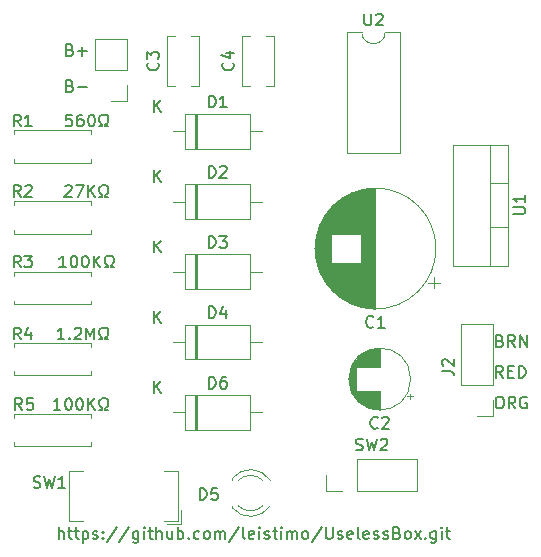
<source format=gto>
G04 #@! TF.GenerationSoftware,KiCad,Pcbnew,(5.1.4)-1*
G04 #@! TF.CreationDate,2022-04-26T14:24:58-06:00*
G04 #@! TF.ProjectId,UselessBox V2,5573656c-6573-4734-926f-782056322e6b,2*
G04 #@! TF.SameCoordinates,Original*
G04 #@! TF.FileFunction,Legend,Top*
G04 #@! TF.FilePolarity,Positive*
%FSLAX46Y46*%
G04 Gerber Fmt 4.6, Leading zero omitted, Abs format (unit mm)*
G04 Created by KiCad (PCBNEW (5.1.4)-1) date 2022-04-26 14:24:58*
%MOMM*%
%LPD*%
G04 APERTURE LIST*
%ADD10C,0.150000*%
%ADD11C,0.120000*%
G04 APERTURE END LIST*
D10*
X131328000Y-123769380D02*
X131328000Y-122769380D01*
X131756571Y-123769380D02*
X131756571Y-123245571D01*
X131708952Y-123150333D01*
X131613714Y-123102714D01*
X131470857Y-123102714D01*
X131375619Y-123150333D01*
X131328000Y-123197952D01*
X132089904Y-123102714D02*
X132470857Y-123102714D01*
X132232761Y-122769380D02*
X132232761Y-123626523D01*
X132280380Y-123721761D01*
X132375619Y-123769380D01*
X132470857Y-123769380D01*
X132661333Y-123102714D02*
X133042285Y-123102714D01*
X132804190Y-122769380D02*
X132804190Y-123626523D01*
X132851809Y-123721761D01*
X132947047Y-123769380D01*
X133042285Y-123769380D01*
X133375619Y-123102714D02*
X133375619Y-124102714D01*
X133375619Y-123150333D02*
X133470857Y-123102714D01*
X133661333Y-123102714D01*
X133756571Y-123150333D01*
X133804190Y-123197952D01*
X133851809Y-123293190D01*
X133851809Y-123578904D01*
X133804190Y-123674142D01*
X133756571Y-123721761D01*
X133661333Y-123769380D01*
X133470857Y-123769380D01*
X133375619Y-123721761D01*
X134232761Y-123721761D02*
X134328000Y-123769380D01*
X134518476Y-123769380D01*
X134613714Y-123721761D01*
X134661333Y-123626523D01*
X134661333Y-123578904D01*
X134613714Y-123483666D01*
X134518476Y-123436047D01*
X134375619Y-123436047D01*
X134280380Y-123388428D01*
X134232761Y-123293190D01*
X134232761Y-123245571D01*
X134280380Y-123150333D01*
X134375619Y-123102714D01*
X134518476Y-123102714D01*
X134613714Y-123150333D01*
X135089904Y-123674142D02*
X135137523Y-123721761D01*
X135089904Y-123769380D01*
X135042285Y-123721761D01*
X135089904Y-123674142D01*
X135089904Y-123769380D01*
X135089904Y-123150333D02*
X135137523Y-123197952D01*
X135089904Y-123245571D01*
X135042285Y-123197952D01*
X135089904Y-123150333D01*
X135089904Y-123245571D01*
X136280380Y-122721761D02*
X135423238Y-124007476D01*
X137328000Y-122721761D02*
X136470857Y-124007476D01*
X138089904Y-123102714D02*
X138089904Y-123912238D01*
X138042285Y-124007476D01*
X137994666Y-124055095D01*
X137899428Y-124102714D01*
X137756571Y-124102714D01*
X137661333Y-124055095D01*
X138089904Y-123721761D02*
X137994666Y-123769380D01*
X137804190Y-123769380D01*
X137708952Y-123721761D01*
X137661333Y-123674142D01*
X137613714Y-123578904D01*
X137613714Y-123293190D01*
X137661333Y-123197952D01*
X137708952Y-123150333D01*
X137804190Y-123102714D01*
X137994666Y-123102714D01*
X138089904Y-123150333D01*
X138566095Y-123769380D02*
X138566095Y-123102714D01*
X138566095Y-122769380D02*
X138518476Y-122817000D01*
X138566095Y-122864619D01*
X138613714Y-122817000D01*
X138566095Y-122769380D01*
X138566095Y-122864619D01*
X138899428Y-123102714D02*
X139280380Y-123102714D01*
X139042285Y-122769380D02*
X139042285Y-123626523D01*
X139089904Y-123721761D01*
X139185142Y-123769380D01*
X139280380Y-123769380D01*
X139613714Y-123769380D02*
X139613714Y-122769380D01*
X140042285Y-123769380D02*
X140042285Y-123245571D01*
X139994666Y-123150333D01*
X139899428Y-123102714D01*
X139756571Y-123102714D01*
X139661333Y-123150333D01*
X139613714Y-123197952D01*
X140947047Y-123102714D02*
X140947047Y-123769380D01*
X140518476Y-123102714D02*
X140518476Y-123626523D01*
X140566095Y-123721761D01*
X140661333Y-123769380D01*
X140804190Y-123769380D01*
X140899428Y-123721761D01*
X140947047Y-123674142D01*
X141423238Y-123769380D02*
X141423238Y-122769380D01*
X141423238Y-123150333D02*
X141518476Y-123102714D01*
X141708952Y-123102714D01*
X141804190Y-123150333D01*
X141851809Y-123197952D01*
X141899428Y-123293190D01*
X141899428Y-123578904D01*
X141851809Y-123674142D01*
X141804190Y-123721761D01*
X141708952Y-123769380D01*
X141518476Y-123769380D01*
X141423238Y-123721761D01*
X142328000Y-123674142D02*
X142375619Y-123721761D01*
X142328000Y-123769380D01*
X142280380Y-123721761D01*
X142328000Y-123674142D01*
X142328000Y-123769380D01*
X143232761Y-123721761D02*
X143137523Y-123769380D01*
X142947047Y-123769380D01*
X142851809Y-123721761D01*
X142804190Y-123674142D01*
X142756571Y-123578904D01*
X142756571Y-123293190D01*
X142804190Y-123197952D01*
X142851809Y-123150333D01*
X142947047Y-123102714D01*
X143137523Y-123102714D01*
X143232761Y-123150333D01*
X143804190Y-123769380D02*
X143708952Y-123721761D01*
X143661333Y-123674142D01*
X143613714Y-123578904D01*
X143613714Y-123293190D01*
X143661333Y-123197952D01*
X143708952Y-123150333D01*
X143804190Y-123102714D01*
X143947047Y-123102714D01*
X144042285Y-123150333D01*
X144089904Y-123197952D01*
X144137523Y-123293190D01*
X144137523Y-123578904D01*
X144089904Y-123674142D01*
X144042285Y-123721761D01*
X143947047Y-123769380D01*
X143804190Y-123769380D01*
X144566095Y-123769380D02*
X144566095Y-123102714D01*
X144566095Y-123197952D02*
X144613714Y-123150333D01*
X144708952Y-123102714D01*
X144851809Y-123102714D01*
X144947047Y-123150333D01*
X144994666Y-123245571D01*
X144994666Y-123769380D01*
X144994666Y-123245571D02*
X145042285Y-123150333D01*
X145137523Y-123102714D01*
X145280380Y-123102714D01*
X145375619Y-123150333D01*
X145423238Y-123245571D01*
X145423238Y-123769380D01*
X146613714Y-122721761D02*
X145756571Y-124007476D01*
X147089904Y-123769380D02*
X146994666Y-123721761D01*
X146947047Y-123626523D01*
X146947047Y-122769380D01*
X147851809Y-123721761D02*
X147756571Y-123769380D01*
X147566095Y-123769380D01*
X147470857Y-123721761D01*
X147423238Y-123626523D01*
X147423238Y-123245571D01*
X147470857Y-123150333D01*
X147566095Y-123102714D01*
X147756571Y-123102714D01*
X147851809Y-123150333D01*
X147899428Y-123245571D01*
X147899428Y-123340809D01*
X147423238Y-123436047D01*
X148328000Y-123769380D02*
X148328000Y-123102714D01*
X148328000Y-122769380D02*
X148280380Y-122817000D01*
X148328000Y-122864619D01*
X148375619Y-122817000D01*
X148328000Y-122769380D01*
X148328000Y-122864619D01*
X148756571Y-123721761D02*
X148851809Y-123769380D01*
X149042285Y-123769380D01*
X149137523Y-123721761D01*
X149185142Y-123626523D01*
X149185142Y-123578904D01*
X149137523Y-123483666D01*
X149042285Y-123436047D01*
X148899428Y-123436047D01*
X148804190Y-123388428D01*
X148756571Y-123293190D01*
X148756571Y-123245571D01*
X148804190Y-123150333D01*
X148899428Y-123102714D01*
X149042285Y-123102714D01*
X149137523Y-123150333D01*
X149470857Y-123102714D02*
X149851809Y-123102714D01*
X149613714Y-122769380D02*
X149613714Y-123626523D01*
X149661333Y-123721761D01*
X149756571Y-123769380D01*
X149851809Y-123769380D01*
X150185142Y-123769380D02*
X150185142Y-123102714D01*
X150185142Y-122769380D02*
X150137523Y-122817000D01*
X150185142Y-122864619D01*
X150232761Y-122817000D01*
X150185142Y-122769380D01*
X150185142Y-122864619D01*
X150661333Y-123769380D02*
X150661333Y-123102714D01*
X150661333Y-123197952D02*
X150708952Y-123150333D01*
X150804190Y-123102714D01*
X150947047Y-123102714D01*
X151042285Y-123150333D01*
X151089904Y-123245571D01*
X151089904Y-123769380D01*
X151089904Y-123245571D02*
X151137523Y-123150333D01*
X151232761Y-123102714D01*
X151375619Y-123102714D01*
X151470857Y-123150333D01*
X151518476Y-123245571D01*
X151518476Y-123769380D01*
X152137523Y-123769380D02*
X152042285Y-123721761D01*
X151994666Y-123674142D01*
X151947047Y-123578904D01*
X151947047Y-123293190D01*
X151994666Y-123197952D01*
X152042285Y-123150333D01*
X152137523Y-123102714D01*
X152280380Y-123102714D01*
X152375619Y-123150333D01*
X152423238Y-123197952D01*
X152470857Y-123293190D01*
X152470857Y-123578904D01*
X152423238Y-123674142D01*
X152375619Y-123721761D01*
X152280380Y-123769380D01*
X152137523Y-123769380D01*
X153613714Y-122721761D02*
X152756571Y-124007476D01*
X153947047Y-122769380D02*
X153947047Y-123578904D01*
X153994666Y-123674142D01*
X154042285Y-123721761D01*
X154137523Y-123769380D01*
X154328000Y-123769380D01*
X154423238Y-123721761D01*
X154470857Y-123674142D01*
X154518476Y-123578904D01*
X154518476Y-122769380D01*
X154947047Y-123721761D02*
X155042285Y-123769380D01*
X155232761Y-123769380D01*
X155328000Y-123721761D01*
X155375619Y-123626523D01*
X155375619Y-123578904D01*
X155328000Y-123483666D01*
X155232761Y-123436047D01*
X155089904Y-123436047D01*
X154994666Y-123388428D01*
X154947047Y-123293190D01*
X154947047Y-123245571D01*
X154994666Y-123150333D01*
X155089904Y-123102714D01*
X155232761Y-123102714D01*
X155328000Y-123150333D01*
X156185142Y-123721761D02*
X156089904Y-123769380D01*
X155899428Y-123769380D01*
X155804190Y-123721761D01*
X155756571Y-123626523D01*
X155756571Y-123245571D01*
X155804190Y-123150333D01*
X155899428Y-123102714D01*
X156089904Y-123102714D01*
X156185142Y-123150333D01*
X156232761Y-123245571D01*
X156232761Y-123340809D01*
X155756571Y-123436047D01*
X156804190Y-123769380D02*
X156708952Y-123721761D01*
X156661333Y-123626523D01*
X156661333Y-122769380D01*
X157566095Y-123721761D02*
X157470857Y-123769380D01*
X157280380Y-123769380D01*
X157185142Y-123721761D01*
X157137523Y-123626523D01*
X157137523Y-123245571D01*
X157185142Y-123150333D01*
X157280380Y-123102714D01*
X157470857Y-123102714D01*
X157566095Y-123150333D01*
X157613714Y-123245571D01*
X157613714Y-123340809D01*
X157137523Y-123436047D01*
X157994666Y-123721761D02*
X158089904Y-123769380D01*
X158280380Y-123769380D01*
X158375619Y-123721761D01*
X158423238Y-123626523D01*
X158423238Y-123578904D01*
X158375619Y-123483666D01*
X158280380Y-123436047D01*
X158137523Y-123436047D01*
X158042285Y-123388428D01*
X157994666Y-123293190D01*
X157994666Y-123245571D01*
X158042285Y-123150333D01*
X158137523Y-123102714D01*
X158280380Y-123102714D01*
X158375619Y-123150333D01*
X158804190Y-123721761D02*
X158899428Y-123769380D01*
X159089904Y-123769380D01*
X159185142Y-123721761D01*
X159232761Y-123626523D01*
X159232761Y-123578904D01*
X159185142Y-123483666D01*
X159089904Y-123436047D01*
X158947047Y-123436047D01*
X158851809Y-123388428D01*
X158804190Y-123293190D01*
X158804190Y-123245571D01*
X158851809Y-123150333D01*
X158947047Y-123102714D01*
X159089904Y-123102714D01*
X159185142Y-123150333D01*
X159994666Y-123245571D02*
X160137523Y-123293190D01*
X160185142Y-123340809D01*
X160232761Y-123436047D01*
X160232761Y-123578904D01*
X160185142Y-123674142D01*
X160137523Y-123721761D01*
X160042285Y-123769380D01*
X159661333Y-123769380D01*
X159661333Y-122769380D01*
X159994666Y-122769380D01*
X160089904Y-122817000D01*
X160137523Y-122864619D01*
X160185142Y-122959857D01*
X160185142Y-123055095D01*
X160137523Y-123150333D01*
X160089904Y-123197952D01*
X159994666Y-123245571D01*
X159661333Y-123245571D01*
X160804190Y-123769380D02*
X160708952Y-123721761D01*
X160661333Y-123674142D01*
X160613714Y-123578904D01*
X160613714Y-123293190D01*
X160661333Y-123197952D01*
X160708952Y-123150333D01*
X160804190Y-123102714D01*
X160947047Y-123102714D01*
X161042285Y-123150333D01*
X161089904Y-123197952D01*
X161137523Y-123293190D01*
X161137523Y-123578904D01*
X161089904Y-123674142D01*
X161042285Y-123721761D01*
X160947047Y-123769380D01*
X160804190Y-123769380D01*
X161470857Y-123769380D02*
X161994666Y-123102714D01*
X161470857Y-123102714D02*
X161994666Y-123769380D01*
X162375619Y-123674142D02*
X162423238Y-123721761D01*
X162375619Y-123769380D01*
X162328000Y-123721761D01*
X162375619Y-123674142D01*
X162375619Y-123769380D01*
X163280380Y-123102714D02*
X163280380Y-123912238D01*
X163232761Y-124007476D01*
X163185142Y-124055095D01*
X163089904Y-124102714D01*
X162947047Y-124102714D01*
X162851809Y-124055095D01*
X163280380Y-123721761D02*
X163185142Y-123769380D01*
X162994666Y-123769380D01*
X162899428Y-123721761D01*
X162851809Y-123674142D01*
X162804190Y-123578904D01*
X162804190Y-123293190D01*
X162851809Y-123197952D01*
X162899428Y-123150333D01*
X162994666Y-123102714D01*
X163185142Y-123102714D01*
X163280380Y-123150333D01*
X163756571Y-123769380D02*
X163756571Y-123102714D01*
X163756571Y-122769380D02*
X163708952Y-122817000D01*
X163756571Y-122864619D01*
X163804190Y-122817000D01*
X163756571Y-122769380D01*
X163756571Y-122864619D01*
X164089904Y-123102714D02*
X164470857Y-123102714D01*
X164232761Y-122769380D02*
X164232761Y-123626523D01*
X164280380Y-123721761D01*
X164375619Y-123769380D01*
X164470857Y-123769380D01*
X168576761Y-111720380D02*
X168767238Y-111720380D01*
X168862476Y-111768000D01*
X168957714Y-111863238D01*
X169005333Y-112053714D01*
X169005333Y-112387047D01*
X168957714Y-112577523D01*
X168862476Y-112672761D01*
X168767238Y-112720380D01*
X168576761Y-112720380D01*
X168481523Y-112672761D01*
X168386285Y-112577523D01*
X168338666Y-112387047D01*
X168338666Y-112053714D01*
X168386285Y-111863238D01*
X168481523Y-111768000D01*
X168576761Y-111720380D01*
X170005333Y-112720380D02*
X169672000Y-112244190D01*
X169433904Y-112720380D02*
X169433904Y-111720380D01*
X169814857Y-111720380D01*
X169910095Y-111768000D01*
X169957714Y-111815619D01*
X170005333Y-111910857D01*
X170005333Y-112053714D01*
X169957714Y-112148952D01*
X169910095Y-112196571D01*
X169814857Y-112244190D01*
X169433904Y-112244190D01*
X170957714Y-111768000D02*
X170862476Y-111720380D01*
X170719619Y-111720380D01*
X170576761Y-111768000D01*
X170481523Y-111863238D01*
X170433904Y-111958476D01*
X170386285Y-112148952D01*
X170386285Y-112291809D01*
X170433904Y-112482285D01*
X170481523Y-112577523D01*
X170576761Y-112672761D01*
X170719619Y-112720380D01*
X170814857Y-112720380D01*
X170957714Y-112672761D01*
X171005333Y-112625142D01*
X171005333Y-112291809D01*
X170814857Y-112291809D01*
X168957714Y-110116880D02*
X168624381Y-109640690D01*
X168386286Y-110116880D02*
X168386286Y-109116880D01*
X168767238Y-109116880D01*
X168862476Y-109164500D01*
X168910095Y-109212119D01*
X168957714Y-109307357D01*
X168957714Y-109450214D01*
X168910095Y-109545452D01*
X168862476Y-109593071D01*
X168767238Y-109640690D01*
X168386286Y-109640690D01*
X169386286Y-109593071D02*
X169719619Y-109593071D01*
X169862476Y-110116880D02*
X169386286Y-110116880D01*
X169386286Y-109116880D01*
X169862476Y-109116880D01*
X170291048Y-110116880D02*
X170291048Y-109116880D01*
X170529143Y-109116880D01*
X170672000Y-109164500D01*
X170767238Y-109259738D01*
X170814857Y-109354976D01*
X170862476Y-109545452D01*
X170862476Y-109688309D01*
X170814857Y-109878785D01*
X170767238Y-109974023D01*
X170672000Y-110069261D01*
X170529143Y-110116880D01*
X170291048Y-110116880D01*
X168719619Y-106989571D02*
X168862476Y-107037190D01*
X168910095Y-107084809D01*
X168957714Y-107180047D01*
X168957714Y-107322904D01*
X168910095Y-107418142D01*
X168862476Y-107465761D01*
X168767238Y-107513380D01*
X168386285Y-107513380D01*
X168386285Y-106513380D01*
X168719619Y-106513380D01*
X168814857Y-106561000D01*
X168862476Y-106608619D01*
X168910095Y-106703857D01*
X168910095Y-106799095D01*
X168862476Y-106894333D01*
X168814857Y-106941952D01*
X168719619Y-106989571D01*
X168386285Y-106989571D01*
X169957714Y-107513380D02*
X169624380Y-107037190D01*
X169386285Y-107513380D02*
X169386285Y-106513380D01*
X169767238Y-106513380D01*
X169862476Y-106561000D01*
X169910095Y-106608619D01*
X169957714Y-106703857D01*
X169957714Y-106846714D01*
X169910095Y-106941952D01*
X169862476Y-106989571D01*
X169767238Y-107037190D01*
X169386285Y-107037190D01*
X170386285Y-107513380D02*
X170386285Y-106513380D01*
X170957714Y-107513380D01*
X170957714Y-106513380D01*
X132294380Y-85399571D02*
X132437238Y-85447190D01*
X132484857Y-85494809D01*
X132532476Y-85590047D01*
X132532476Y-85732904D01*
X132484857Y-85828142D01*
X132437238Y-85875761D01*
X132342000Y-85923380D01*
X131961047Y-85923380D01*
X131961047Y-84923380D01*
X132294380Y-84923380D01*
X132389619Y-84971000D01*
X132437238Y-85018619D01*
X132484857Y-85113857D01*
X132484857Y-85209095D01*
X132437238Y-85304333D01*
X132389619Y-85351952D01*
X132294380Y-85399571D01*
X131961047Y-85399571D01*
X132961047Y-85542428D02*
X133722952Y-85542428D01*
X132294380Y-82351571D02*
X132437238Y-82399190D01*
X132484857Y-82446809D01*
X132532476Y-82542047D01*
X132532476Y-82684904D01*
X132484857Y-82780142D01*
X132437238Y-82827761D01*
X132342000Y-82875380D01*
X131961047Y-82875380D01*
X131961047Y-81875380D01*
X132294380Y-81875380D01*
X132389619Y-81923000D01*
X132437238Y-81970619D01*
X132484857Y-82065857D01*
X132484857Y-82161095D01*
X132437238Y-82256333D01*
X132389619Y-82303952D01*
X132294380Y-82351571D01*
X131961047Y-82351571D01*
X132961047Y-82494428D02*
X133722952Y-82494428D01*
X133342000Y-82875380D02*
X133342000Y-82113476D01*
D11*
X140489000Y-85414000D02*
X140489000Y-81174000D01*
X143229000Y-85414000D02*
X143229000Y-81174000D01*
X140489000Y-85414000D02*
X141194000Y-85414000D01*
X142524000Y-85414000D02*
X143229000Y-85414000D01*
X140489000Y-81174000D02*
X141194000Y-81174000D01*
X142524000Y-81174000D02*
X143229000Y-81174000D01*
X137093000Y-86674000D02*
X135763000Y-86674000D01*
X137093000Y-85344000D02*
X137093000Y-86674000D01*
X137093000Y-84074000D02*
X134433000Y-84074000D01*
X134433000Y-84074000D02*
X134433000Y-81474000D01*
X137093000Y-84074000D02*
X137093000Y-81474000D01*
X137093000Y-81474000D02*
X134433000Y-81474000D01*
X153960677Y-119694000D02*
X153960677Y-118364000D01*
X155290677Y-119694000D02*
X153960677Y-119694000D01*
X156560677Y-119694000D02*
X156560677Y-117034000D01*
X156560677Y-117034000D02*
X161700677Y-117034000D01*
X156560677Y-119694000D02*
X161700677Y-119694000D01*
X161700677Y-119694000D02*
X161700677Y-117034000D01*
X142840000Y-111587000D02*
X142840000Y-114527000D01*
X143080000Y-111587000D02*
X143080000Y-114527000D01*
X142960000Y-111587000D02*
X142960000Y-114527000D01*
X148520000Y-113057000D02*
X147500000Y-113057000D01*
X141040000Y-113057000D02*
X142060000Y-113057000D01*
X147500000Y-111587000D02*
X142060000Y-111587000D01*
X147500000Y-114527000D02*
X147500000Y-111587000D01*
X142060000Y-114527000D02*
X147500000Y-114527000D01*
X142060000Y-111587000D02*
X142060000Y-114527000D01*
X142840000Y-105636250D02*
X142840000Y-108576250D01*
X143080000Y-105636250D02*
X143080000Y-108576250D01*
X142960000Y-105636250D02*
X142960000Y-108576250D01*
X148520000Y-107106250D02*
X147500000Y-107106250D01*
X141040000Y-107106250D02*
X142060000Y-107106250D01*
X147500000Y-105636250D02*
X142060000Y-105636250D01*
X147500000Y-108576250D02*
X147500000Y-105636250D01*
X142060000Y-108576250D02*
X147500000Y-108576250D01*
X142060000Y-105636250D02*
X142060000Y-108576250D01*
X142840000Y-99685500D02*
X142840000Y-102625500D01*
X143080000Y-99685500D02*
X143080000Y-102625500D01*
X142960000Y-99685500D02*
X142960000Y-102625500D01*
X148520000Y-101155500D02*
X147500000Y-101155500D01*
X141040000Y-101155500D02*
X142060000Y-101155500D01*
X147500000Y-99685500D02*
X142060000Y-99685500D01*
X147500000Y-102625500D02*
X147500000Y-99685500D01*
X142060000Y-102625500D02*
X147500000Y-102625500D01*
X142060000Y-99685500D02*
X142060000Y-102625500D01*
X142840000Y-93734750D02*
X142840000Y-96674750D01*
X143080000Y-93734750D02*
X143080000Y-96674750D01*
X142960000Y-93734750D02*
X142960000Y-96674750D01*
X148520000Y-95204750D02*
X147500000Y-95204750D01*
X141040000Y-95204750D02*
X142060000Y-95204750D01*
X147500000Y-93734750D02*
X142060000Y-93734750D01*
X147500000Y-96674750D02*
X147500000Y-93734750D01*
X142060000Y-96674750D02*
X147500000Y-96674750D01*
X142060000Y-93734750D02*
X142060000Y-96674750D01*
X142840000Y-87784000D02*
X142840000Y-90724000D01*
X143080000Y-87784000D02*
X143080000Y-90724000D01*
X142960000Y-87784000D02*
X142960000Y-90724000D01*
X148520000Y-89254000D02*
X147500000Y-89254000D01*
X141040000Y-89254000D02*
X142060000Y-89254000D01*
X147500000Y-87784000D02*
X142060000Y-87784000D01*
X147500000Y-90724000D02*
X147500000Y-87784000D01*
X142060000Y-90724000D02*
X147500000Y-90724000D01*
X142060000Y-87784000D02*
X142060000Y-90724000D01*
X163275000Y-99187000D02*
G75*
G03X163275000Y-99187000I-5120000J0D01*
G01*
X158155000Y-104267000D02*
X158155000Y-94107000D01*
X158115000Y-104267000D02*
X158115000Y-94107000D01*
X158075000Y-104267000D02*
X158075000Y-94107000D01*
X158035000Y-104266000D02*
X158035000Y-94108000D01*
X157995000Y-104265000D02*
X157995000Y-94109000D01*
X157955000Y-104264000D02*
X157955000Y-94110000D01*
X157915000Y-104262000D02*
X157915000Y-94112000D01*
X157875000Y-104260000D02*
X157875000Y-94114000D01*
X157835000Y-104257000D02*
X157835000Y-94117000D01*
X157795000Y-104255000D02*
X157795000Y-94119000D01*
X157755000Y-104252000D02*
X157755000Y-94122000D01*
X157715000Y-104249000D02*
X157715000Y-94125000D01*
X157675000Y-104245000D02*
X157675000Y-94129000D01*
X157635000Y-104241000D02*
X157635000Y-94133000D01*
X157595000Y-104237000D02*
X157595000Y-94137000D01*
X157555000Y-104232000D02*
X157555000Y-94142000D01*
X157515000Y-104227000D02*
X157515000Y-94147000D01*
X157475000Y-104222000D02*
X157475000Y-94152000D01*
X157434000Y-104217000D02*
X157434000Y-94157000D01*
X157394000Y-104211000D02*
X157394000Y-94163000D01*
X157354000Y-104205000D02*
X157354000Y-94169000D01*
X157314000Y-104198000D02*
X157314000Y-94176000D01*
X157274000Y-104191000D02*
X157274000Y-94183000D01*
X157234000Y-104184000D02*
X157234000Y-94190000D01*
X157194000Y-104177000D02*
X157194000Y-94197000D01*
X157154000Y-104169000D02*
X157154000Y-94205000D01*
X157114000Y-104161000D02*
X157114000Y-94213000D01*
X157074000Y-104152000D02*
X157074000Y-94222000D01*
X157034000Y-104143000D02*
X157034000Y-94231000D01*
X156994000Y-104134000D02*
X156994000Y-94240000D01*
X156954000Y-104125000D02*
X156954000Y-94249000D01*
X156914000Y-104115000D02*
X156914000Y-94259000D01*
X156874000Y-104105000D02*
X156874000Y-100428000D01*
X156874000Y-97946000D02*
X156874000Y-94269000D01*
X156834000Y-104094000D02*
X156834000Y-100428000D01*
X156834000Y-97946000D02*
X156834000Y-94280000D01*
X156794000Y-104084000D02*
X156794000Y-100428000D01*
X156794000Y-97946000D02*
X156794000Y-94290000D01*
X156754000Y-104072000D02*
X156754000Y-100428000D01*
X156754000Y-97946000D02*
X156754000Y-94302000D01*
X156714000Y-104061000D02*
X156714000Y-100428000D01*
X156714000Y-97946000D02*
X156714000Y-94313000D01*
X156674000Y-104049000D02*
X156674000Y-100428000D01*
X156674000Y-97946000D02*
X156674000Y-94325000D01*
X156634000Y-104037000D02*
X156634000Y-100428000D01*
X156634000Y-97946000D02*
X156634000Y-94337000D01*
X156594000Y-104024000D02*
X156594000Y-100428000D01*
X156594000Y-97946000D02*
X156594000Y-94350000D01*
X156554000Y-104011000D02*
X156554000Y-100428000D01*
X156554000Y-97946000D02*
X156554000Y-94363000D01*
X156514000Y-103998000D02*
X156514000Y-100428000D01*
X156514000Y-97946000D02*
X156514000Y-94376000D01*
X156474000Y-103984000D02*
X156474000Y-100428000D01*
X156474000Y-97946000D02*
X156474000Y-94390000D01*
X156434000Y-103970000D02*
X156434000Y-100428000D01*
X156434000Y-97946000D02*
X156434000Y-94404000D01*
X156394000Y-103955000D02*
X156394000Y-100428000D01*
X156394000Y-97946000D02*
X156394000Y-94419000D01*
X156354000Y-103941000D02*
X156354000Y-100428000D01*
X156354000Y-97946000D02*
X156354000Y-94433000D01*
X156314000Y-103925000D02*
X156314000Y-100428000D01*
X156314000Y-97946000D02*
X156314000Y-94449000D01*
X156274000Y-103910000D02*
X156274000Y-100428000D01*
X156274000Y-97946000D02*
X156274000Y-94464000D01*
X156234000Y-103894000D02*
X156234000Y-100428000D01*
X156234000Y-97946000D02*
X156234000Y-94480000D01*
X156194000Y-103877000D02*
X156194000Y-100428000D01*
X156194000Y-97946000D02*
X156194000Y-94497000D01*
X156154000Y-103861000D02*
X156154000Y-100428000D01*
X156154000Y-97946000D02*
X156154000Y-94513000D01*
X156114000Y-103844000D02*
X156114000Y-100428000D01*
X156114000Y-97946000D02*
X156114000Y-94530000D01*
X156074000Y-103826000D02*
X156074000Y-100428000D01*
X156074000Y-97946000D02*
X156074000Y-94548000D01*
X156034000Y-103808000D02*
X156034000Y-100428000D01*
X156034000Y-97946000D02*
X156034000Y-94566000D01*
X155994000Y-103790000D02*
X155994000Y-100428000D01*
X155994000Y-97946000D02*
X155994000Y-94584000D01*
X155954000Y-103771000D02*
X155954000Y-100428000D01*
X155954000Y-97946000D02*
X155954000Y-94603000D01*
X155914000Y-103751000D02*
X155914000Y-100428000D01*
X155914000Y-97946000D02*
X155914000Y-94623000D01*
X155874000Y-103732000D02*
X155874000Y-100428000D01*
X155874000Y-97946000D02*
X155874000Y-94642000D01*
X155834000Y-103712000D02*
X155834000Y-100428000D01*
X155834000Y-97946000D02*
X155834000Y-94662000D01*
X155794000Y-103691000D02*
X155794000Y-100428000D01*
X155794000Y-97946000D02*
X155794000Y-94683000D01*
X155754000Y-103670000D02*
X155754000Y-100428000D01*
X155754000Y-97946000D02*
X155754000Y-94704000D01*
X155714000Y-103649000D02*
X155714000Y-100428000D01*
X155714000Y-97946000D02*
X155714000Y-94725000D01*
X155674000Y-103627000D02*
X155674000Y-100428000D01*
X155674000Y-97946000D02*
X155674000Y-94747000D01*
X155634000Y-103604000D02*
X155634000Y-100428000D01*
X155634000Y-97946000D02*
X155634000Y-94770000D01*
X155594000Y-103582000D02*
X155594000Y-100428000D01*
X155594000Y-97946000D02*
X155594000Y-94792000D01*
X155554000Y-103558000D02*
X155554000Y-100428000D01*
X155554000Y-97946000D02*
X155554000Y-94816000D01*
X155514000Y-103534000D02*
X155514000Y-100428000D01*
X155514000Y-97946000D02*
X155514000Y-94840000D01*
X155474000Y-103510000D02*
X155474000Y-100428000D01*
X155474000Y-97946000D02*
X155474000Y-94864000D01*
X155434000Y-103485000D02*
X155434000Y-100428000D01*
X155434000Y-97946000D02*
X155434000Y-94889000D01*
X155394000Y-103460000D02*
X155394000Y-100428000D01*
X155394000Y-97946000D02*
X155394000Y-94914000D01*
X155354000Y-103434000D02*
X155354000Y-100428000D01*
X155354000Y-97946000D02*
X155354000Y-94940000D01*
X155314000Y-103408000D02*
X155314000Y-100428000D01*
X155314000Y-97946000D02*
X155314000Y-94966000D01*
X155274000Y-103381000D02*
X155274000Y-100428000D01*
X155274000Y-97946000D02*
X155274000Y-94993000D01*
X155234000Y-103353000D02*
X155234000Y-100428000D01*
X155234000Y-97946000D02*
X155234000Y-95021000D01*
X155194000Y-103325000D02*
X155194000Y-100428000D01*
X155194000Y-97946000D02*
X155194000Y-95049000D01*
X155154000Y-103297000D02*
X155154000Y-100428000D01*
X155154000Y-97946000D02*
X155154000Y-95077000D01*
X155114000Y-103267000D02*
X155114000Y-100428000D01*
X155114000Y-97946000D02*
X155114000Y-95107000D01*
X155074000Y-103237000D02*
X155074000Y-100428000D01*
X155074000Y-97946000D02*
X155074000Y-95137000D01*
X155034000Y-103207000D02*
X155034000Y-100428000D01*
X155034000Y-97946000D02*
X155034000Y-95167000D01*
X154994000Y-103176000D02*
X154994000Y-100428000D01*
X154994000Y-97946000D02*
X154994000Y-95198000D01*
X154954000Y-103144000D02*
X154954000Y-100428000D01*
X154954000Y-97946000D02*
X154954000Y-95230000D01*
X154914000Y-103112000D02*
X154914000Y-100428000D01*
X154914000Y-97946000D02*
X154914000Y-95262000D01*
X154874000Y-103079000D02*
X154874000Y-100428000D01*
X154874000Y-97946000D02*
X154874000Y-95295000D01*
X154834000Y-103045000D02*
X154834000Y-100428000D01*
X154834000Y-97946000D02*
X154834000Y-95329000D01*
X154794000Y-103011000D02*
X154794000Y-100428000D01*
X154794000Y-97946000D02*
X154794000Y-95363000D01*
X154754000Y-102976000D02*
X154754000Y-100428000D01*
X154754000Y-97946000D02*
X154754000Y-95398000D01*
X154714000Y-102940000D02*
X154714000Y-100428000D01*
X154714000Y-97946000D02*
X154714000Y-95434000D01*
X154674000Y-102903000D02*
X154674000Y-100428000D01*
X154674000Y-97946000D02*
X154674000Y-95471000D01*
X154634000Y-102866000D02*
X154634000Y-100428000D01*
X154634000Y-97946000D02*
X154634000Y-95508000D01*
X154594000Y-102827000D02*
X154594000Y-100428000D01*
X154594000Y-97946000D02*
X154594000Y-95547000D01*
X154554000Y-102788000D02*
X154554000Y-100428000D01*
X154554000Y-97946000D02*
X154554000Y-95586000D01*
X154514000Y-102748000D02*
X154514000Y-100428000D01*
X154514000Y-97946000D02*
X154514000Y-95626000D01*
X154474000Y-102707000D02*
X154474000Y-100428000D01*
X154474000Y-97946000D02*
X154474000Y-95667000D01*
X154434000Y-102665000D02*
X154434000Y-100428000D01*
X154434000Y-97946000D02*
X154434000Y-95709000D01*
X154394000Y-102623000D02*
X154394000Y-95751000D01*
X154354000Y-102579000D02*
X154354000Y-95795000D01*
X154314000Y-102534000D02*
X154314000Y-95840000D01*
X154274000Y-102488000D02*
X154274000Y-95886000D01*
X154234000Y-102441000D02*
X154234000Y-95933000D01*
X154194000Y-102393000D02*
X154194000Y-95981000D01*
X154154000Y-102343000D02*
X154154000Y-96031000D01*
X154114000Y-102293000D02*
X154114000Y-96081000D01*
X154074000Y-102241000D02*
X154074000Y-96133000D01*
X154034000Y-102187000D02*
X154034000Y-96187000D01*
X153994000Y-102132000D02*
X153994000Y-96242000D01*
X153954000Y-102076000D02*
X153954000Y-96298000D01*
X153914000Y-102017000D02*
X153914000Y-96357000D01*
X153874000Y-101957000D02*
X153874000Y-96417000D01*
X153834000Y-101896000D02*
X153834000Y-96478000D01*
X153794000Y-101832000D02*
X153794000Y-96542000D01*
X153754000Y-101766000D02*
X153754000Y-96608000D01*
X153714000Y-101697000D02*
X153714000Y-96677000D01*
X153674000Y-101626000D02*
X153674000Y-96748000D01*
X153634000Y-101552000D02*
X153634000Y-96822000D01*
X153594000Y-101476000D02*
X153594000Y-96898000D01*
X153554000Y-101396000D02*
X153554000Y-96978000D01*
X153514000Y-101312000D02*
X153514000Y-97062000D01*
X153474000Y-101224000D02*
X153474000Y-97150000D01*
X153434000Y-101131000D02*
X153434000Y-97243000D01*
X153394000Y-101033000D02*
X153394000Y-97341000D01*
X153354000Y-100929000D02*
X153354000Y-97445000D01*
X153314000Y-100817000D02*
X153314000Y-97557000D01*
X153274000Y-100697000D02*
X153274000Y-97677000D01*
X153234000Y-100565000D02*
X153234000Y-97809000D01*
X153194000Y-100417000D02*
X153194000Y-97957000D01*
X153154000Y-100249000D02*
X153154000Y-98125000D01*
X153114000Y-100049000D02*
X153114000Y-98325000D01*
X153074000Y-99786000D02*
X153074000Y-98588000D01*
X163634646Y-102062000D02*
X162634646Y-102062000D01*
X163134646Y-102562000D02*
X163134646Y-101562000D01*
X161132000Y-110236000D02*
G75*
G03X161132000Y-110236000I-2620000J0D01*
G01*
X158512000Y-109196000D02*
X158512000Y-107656000D01*
X158512000Y-112816000D02*
X158512000Y-111276000D01*
X158472000Y-109196000D02*
X158472000Y-107656000D01*
X158472000Y-112816000D02*
X158472000Y-111276000D01*
X158432000Y-112815000D02*
X158432000Y-111276000D01*
X158432000Y-109196000D02*
X158432000Y-107657000D01*
X158392000Y-112814000D02*
X158392000Y-111276000D01*
X158392000Y-109196000D02*
X158392000Y-107658000D01*
X158352000Y-112812000D02*
X158352000Y-111276000D01*
X158352000Y-109196000D02*
X158352000Y-107660000D01*
X158312000Y-112809000D02*
X158312000Y-111276000D01*
X158312000Y-109196000D02*
X158312000Y-107663000D01*
X158272000Y-112805000D02*
X158272000Y-111276000D01*
X158272000Y-109196000D02*
X158272000Y-107667000D01*
X158232000Y-112801000D02*
X158232000Y-111276000D01*
X158232000Y-109196000D02*
X158232000Y-107671000D01*
X158192000Y-112797000D02*
X158192000Y-111276000D01*
X158192000Y-109196000D02*
X158192000Y-107675000D01*
X158152000Y-112792000D02*
X158152000Y-111276000D01*
X158152000Y-109196000D02*
X158152000Y-107680000D01*
X158112000Y-112786000D02*
X158112000Y-111276000D01*
X158112000Y-109196000D02*
X158112000Y-107686000D01*
X158072000Y-112779000D02*
X158072000Y-111276000D01*
X158072000Y-109196000D02*
X158072000Y-107693000D01*
X158032000Y-112772000D02*
X158032000Y-111276000D01*
X158032000Y-109196000D02*
X158032000Y-107700000D01*
X157992000Y-112764000D02*
X157992000Y-111276000D01*
X157992000Y-109196000D02*
X157992000Y-107708000D01*
X157952000Y-112756000D02*
X157952000Y-111276000D01*
X157952000Y-109196000D02*
X157952000Y-107716000D01*
X157912000Y-112747000D02*
X157912000Y-111276000D01*
X157912000Y-109196000D02*
X157912000Y-107725000D01*
X157872000Y-112737000D02*
X157872000Y-111276000D01*
X157872000Y-109196000D02*
X157872000Y-107735000D01*
X157832000Y-112727000D02*
X157832000Y-111276000D01*
X157832000Y-109196000D02*
X157832000Y-107745000D01*
X157791000Y-112716000D02*
X157791000Y-111276000D01*
X157791000Y-109196000D02*
X157791000Y-107756000D01*
X157751000Y-112704000D02*
X157751000Y-111276000D01*
X157751000Y-109196000D02*
X157751000Y-107768000D01*
X157711000Y-112691000D02*
X157711000Y-111276000D01*
X157711000Y-109196000D02*
X157711000Y-107781000D01*
X157671000Y-112678000D02*
X157671000Y-111276000D01*
X157671000Y-109196000D02*
X157671000Y-107794000D01*
X157631000Y-112664000D02*
X157631000Y-111276000D01*
X157631000Y-109196000D02*
X157631000Y-107808000D01*
X157591000Y-112650000D02*
X157591000Y-111276000D01*
X157591000Y-109196000D02*
X157591000Y-107822000D01*
X157551000Y-112634000D02*
X157551000Y-111276000D01*
X157551000Y-109196000D02*
X157551000Y-107838000D01*
X157511000Y-112618000D02*
X157511000Y-111276000D01*
X157511000Y-109196000D02*
X157511000Y-107854000D01*
X157471000Y-112601000D02*
X157471000Y-111276000D01*
X157471000Y-109196000D02*
X157471000Y-107871000D01*
X157431000Y-112584000D02*
X157431000Y-111276000D01*
X157431000Y-109196000D02*
X157431000Y-107888000D01*
X157391000Y-112565000D02*
X157391000Y-111276000D01*
X157391000Y-109196000D02*
X157391000Y-107907000D01*
X157351000Y-112546000D02*
X157351000Y-111276000D01*
X157351000Y-109196000D02*
X157351000Y-107926000D01*
X157311000Y-112526000D02*
X157311000Y-111276000D01*
X157311000Y-109196000D02*
X157311000Y-107946000D01*
X157271000Y-112504000D02*
X157271000Y-111276000D01*
X157271000Y-109196000D02*
X157271000Y-107968000D01*
X157231000Y-112483000D02*
X157231000Y-111276000D01*
X157231000Y-109196000D02*
X157231000Y-107989000D01*
X157191000Y-112460000D02*
X157191000Y-111276000D01*
X157191000Y-109196000D02*
X157191000Y-108012000D01*
X157151000Y-112436000D02*
X157151000Y-111276000D01*
X157151000Y-109196000D02*
X157151000Y-108036000D01*
X157111000Y-112411000D02*
X157111000Y-111276000D01*
X157111000Y-109196000D02*
X157111000Y-108061000D01*
X157071000Y-112385000D02*
X157071000Y-111276000D01*
X157071000Y-109196000D02*
X157071000Y-108087000D01*
X157031000Y-112358000D02*
X157031000Y-111276000D01*
X157031000Y-109196000D02*
X157031000Y-108114000D01*
X156991000Y-112331000D02*
X156991000Y-111276000D01*
X156991000Y-109196000D02*
X156991000Y-108141000D01*
X156951000Y-112301000D02*
X156951000Y-111276000D01*
X156951000Y-109196000D02*
X156951000Y-108171000D01*
X156911000Y-112271000D02*
X156911000Y-111276000D01*
X156911000Y-109196000D02*
X156911000Y-108201000D01*
X156871000Y-112240000D02*
X156871000Y-111276000D01*
X156871000Y-109196000D02*
X156871000Y-108232000D01*
X156831000Y-112207000D02*
X156831000Y-111276000D01*
X156831000Y-109196000D02*
X156831000Y-108265000D01*
X156791000Y-112173000D02*
X156791000Y-111276000D01*
X156791000Y-109196000D02*
X156791000Y-108299000D01*
X156751000Y-112137000D02*
X156751000Y-111276000D01*
X156751000Y-109196000D02*
X156751000Y-108335000D01*
X156711000Y-112100000D02*
X156711000Y-111276000D01*
X156711000Y-109196000D02*
X156711000Y-108372000D01*
X156671000Y-112062000D02*
X156671000Y-111276000D01*
X156671000Y-109196000D02*
X156671000Y-108410000D01*
X156631000Y-112021000D02*
X156631000Y-111276000D01*
X156631000Y-109196000D02*
X156631000Y-108451000D01*
X156591000Y-111979000D02*
X156591000Y-111276000D01*
X156591000Y-109196000D02*
X156591000Y-108493000D01*
X156551000Y-111935000D02*
X156551000Y-111276000D01*
X156551000Y-109196000D02*
X156551000Y-108537000D01*
X156511000Y-111889000D02*
X156511000Y-111276000D01*
X156511000Y-109196000D02*
X156511000Y-108583000D01*
X156471000Y-111841000D02*
X156471000Y-108631000D01*
X156431000Y-111790000D02*
X156431000Y-108682000D01*
X156391000Y-111736000D02*
X156391000Y-108736000D01*
X156351000Y-111679000D02*
X156351000Y-108793000D01*
X156311000Y-111619000D02*
X156311000Y-108853000D01*
X156271000Y-111555000D02*
X156271000Y-108917000D01*
X156231000Y-111487000D02*
X156231000Y-108985000D01*
X156191000Y-111414000D02*
X156191000Y-109058000D01*
X156151000Y-111334000D02*
X156151000Y-109138000D01*
X156111000Y-111247000D02*
X156111000Y-109225000D01*
X156071000Y-111151000D02*
X156071000Y-109321000D01*
X156031000Y-111041000D02*
X156031000Y-109431000D01*
X155991000Y-110913000D02*
X155991000Y-109559000D01*
X155951000Y-110754000D02*
X155951000Y-109718000D01*
X155911000Y-110520000D02*
X155911000Y-109952000D01*
X161316775Y-111711000D02*
X160816775Y-111711000D01*
X161066775Y-111961000D02*
X161066775Y-111461000D01*
X148874000Y-81174000D02*
X149579000Y-81174000D01*
X146839000Y-81174000D02*
X147544000Y-81174000D01*
X148874000Y-85414000D02*
X149579000Y-85414000D01*
X146839000Y-85414000D02*
X147544000Y-85414000D01*
X149579000Y-85414000D02*
X149579000Y-81174000D01*
X146839000Y-85414000D02*
X146839000Y-81174000D01*
X149246335Y-118809392D02*
G75*
G03X146014000Y-118652484I-1672335J-1078608D01*
G01*
X149246335Y-120966608D02*
G75*
G02X146014000Y-121123516I-1672335J1078608D01*
G01*
X148615130Y-118808163D02*
G75*
G03X146533039Y-118808000I-1041130J-1079837D01*
G01*
X148615130Y-120967837D02*
G75*
G02X146533039Y-120968000I-1041130J1079837D01*
G01*
X146014000Y-118652000D02*
X146014000Y-118808000D01*
X146014000Y-120968000D02*
X146014000Y-121124000D01*
X168081000Y-105604000D02*
X165421000Y-105604000D01*
X168081000Y-110744000D02*
X168081000Y-105604000D01*
X165421000Y-110744000D02*
X165421000Y-105604000D01*
X168081000Y-110744000D02*
X165421000Y-110744000D01*
X168081000Y-112014000D02*
X168081000Y-113344000D01*
X168081000Y-113344000D02*
X166751000Y-113344000D01*
X127540000Y-89511000D02*
X127540000Y-89181000D01*
X127540000Y-89181000D02*
X134080000Y-89181000D01*
X134080000Y-89181000D02*
X134080000Y-89511000D01*
X127540000Y-91591000D02*
X127540000Y-91921000D01*
X127540000Y-91921000D02*
X134080000Y-91921000D01*
X134080000Y-91921000D02*
X134080000Y-91591000D01*
X134080000Y-97921750D02*
X134080000Y-97591750D01*
X127540000Y-97921750D02*
X134080000Y-97921750D01*
X127540000Y-97591750D02*
X127540000Y-97921750D01*
X134080000Y-95181750D02*
X134080000Y-95511750D01*
X127540000Y-95181750D02*
X134080000Y-95181750D01*
X127540000Y-95511750D02*
X127540000Y-95181750D01*
X127540000Y-101512500D02*
X127540000Y-101182500D01*
X127540000Y-101182500D02*
X134080000Y-101182500D01*
X134080000Y-101182500D02*
X134080000Y-101512500D01*
X127540000Y-103592500D02*
X127540000Y-103922500D01*
X127540000Y-103922500D02*
X134080000Y-103922500D01*
X134080000Y-103922500D02*
X134080000Y-103592500D01*
X134080000Y-109923250D02*
X134080000Y-109593250D01*
X127540000Y-109923250D02*
X134080000Y-109923250D01*
X127540000Y-109593250D02*
X127540000Y-109923250D01*
X134080000Y-107183250D02*
X134080000Y-107513250D01*
X127540000Y-107183250D02*
X134080000Y-107183250D01*
X127540000Y-107513250D02*
X127540000Y-107183250D01*
X127540000Y-113514000D02*
X127540000Y-113184000D01*
X127540000Y-113184000D02*
X134080000Y-113184000D01*
X134080000Y-113184000D02*
X134080000Y-113514000D01*
X127540000Y-115594000D02*
X127540000Y-115924000D01*
X127540000Y-115924000D02*
X134080000Y-115924000D01*
X134080000Y-115924000D02*
X134080000Y-115594000D01*
X141719000Y-122543000D02*
X141719000Y-121343000D01*
X140519000Y-122543000D02*
X141719000Y-122543000D01*
X132219000Y-118043000D02*
X133419000Y-118043000D01*
X132219000Y-122243000D02*
X132219000Y-118043000D01*
X133419000Y-122243000D02*
X132219000Y-122243000D01*
X141419000Y-118043000D02*
X140219000Y-118043000D01*
X141419000Y-122243000D02*
X141419000Y-118043000D01*
X140219000Y-122243000D02*
X141419000Y-122243000D01*
X169386000Y-90384000D02*
X169386000Y-100624000D01*
X164745000Y-90384000D02*
X164745000Y-100624000D01*
X169386000Y-90384000D02*
X164745000Y-90384000D01*
X169386000Y-100624000D02*
X164745000Y-100624000D01*
X167876000Y-90384000D02*
X167876000Y-100624000D01*
X169386000Y-93654000D02*
X167876000Y-93654000D01*
X169386000Y-97355000D02*
X167876000Y-97355000D01*
X158988000Y-80839000D02*
G75*
G02X156988000Y-80839000I-1000000J0D01*
G01*
X156988000Y-80839000D02*
X155738000Y-80839000D01*
X155738000Y-80839000D02*
X155738000Y-91119000D01*
X155738000Y-91119000D02*
X160238000Y-91119000D01*
X160238000Y-91119000D02*
X160238000Y-80839000D01*
X160238000Y-80839000D02*
X158988000Y-80839000D01*
D10*
X139716142Y-83460666D02*
X139763761Y-83508285D01*
X139811380Y-83651142D01*
X139811380Y-83746380D01*
X139763761Y-83889238D01*
X139668523Y-83984476D01*
X139573285Y-84032095D01*
X139382809Y-84079714D01*
X139239952Y-84079714D01*
X139049476Y-84032095D01*
X138954238Y-83984476D01*
X138859000Y-83889238D01*
X138811380Y-83746380D01*
X138811380Y-83651142D01*
X138859000Y-83508285D01*
X138906619Y-83460666D01*
X138811380Y-83127333D02*
X138811380Y-82508285D01*
X139192333Y-82841619D01*
X139192333Y-82698761D01*
X139239952Y-82603523D01*
X139287571Y-82555904D01*
X139382809Y-82508285D01*
X139620904Y-82508285D01*
X139716142Y-82555904D01*
X139763761Y-82603523D01*
X139811380Y-82698761D01*
X139811380Y-82984476D01*
X139763761Y-83079714D01*
X139716142Y-83127333D01*
X156497343Y-116228761D02*
X156640200Y-116276380D01*
X156878296Y-116276380D01*
X156973534Y-116228761D01*
X157021153Y-116181142D01*
X157068772Y-116085904D01*
X157068772Y-115990666D01*
X157021153Y-115895428D01*
X156973534Y-115847809D01*
X156878296Y-115800190D01*
X156687819Y-115752571D01*
X156592581Y-115704952D01*
X156544962Y-115657333D01*
X156497343Y-115562095D01*
X156497343Y-115466857D01*
X156544962Y-115371619D01*
X156592581Y-115324000D01*
X156687819Y-115276380D01*
X156925915Y-115276380D01*
X157068772Y-115324000D01*
X157402105Y-115276380D02*
X157640200Y-116276380D01*
X157830677Y-115562095D01*
X158021153Y-116276380D01*
X158259248Y-115276380D01*
X158592581Y-115371619D02*
X158640200Y-115324000D01*
X158735438Y-115276380D01*
X158973534Y-115276380D01*
X159068772Y-115324000D01*
X159116391Y-115371619D01*
X159164010Y-115466857D01*
X159164010Y-115562095D01*
X159116391Y-115704952D01*
X158544962Y-116276380D01*
X159164010Y-116276380D01*
X144041904Y-111039380D02*
X144041904Y-110039380D01*
X144280000Y-110039380D01*
X144422857Y-110087000D01*
X144518095Y-110182238D01*
X144565714Y-110277476D01*
X144613333Y-110467952D01*
X144613333Y-110610809D01*
X144565714Y-110801285D01*
X144518095Y-110896523D01*
X144422857Y-110991761D01*
X144280000Y-111039380D01*
X144041904Y-111039380D01*
X145470476Y-110039380D02*
X145280000Y-110039380D01*
X145184761Y-110087000D01*
X145137142Y-110134619D01*
X145041904Y-110277476D01*
X144994285Y-110467952D01*
X144994285Y-110848904D01*
X145041904Y-110944142D01*
X145089523Y-110991761D01*
X145184761Y-111039380D01*
X145375238Y-111039380D01*
X145470476Y-110991761D01*
X145518095Y-110944142D01*
X145565714Y-110848904D01*
X145565714Y-110610809D01*
X145518095Y-110515571D01*
X145470476Y-110467952D01*
X145375238Y-110420333D01*
X145184761Y-110420333D01*
X145089523Y-110467952D01*
X145041904Y-110515571D01*
X144994285Y-110610809D01*
X139438095Y-111409380D02*
X139438095Y-110409380D01*
X140009523Y-111409380D02*
X139580952Y-110837952D01*
X140009523Y-110409380D02*
X139438095Y-110980809D01*
X144041904Y-105088630D02*
X144041904Y-104088630D01*
X144280000Y-104088630D01*
X144422857Y-104136250D01*
X144518095Y-104231488D01*
X144565714Y-104326726D01*
X144613333Y-104517202D01*
X144613333Y-104660059D01*
X144565714Y-104850535D01*
X144518095Y-104945773D01*
X144422857Y-105041011D01*
X144280000Y-105088630D01*
X144041904Y-105088630D01*
X145470476Y-104421964D02*
X145470476Y-105088630D01*
X145232380Y-104041011D02*
X144994285Y-104755297D01*
X145613333Y-104755297D01*
X139438095Y-105458630D02*
X139438095Y-104458630D01*
X140009523Y-105458630D02*
X139580952Y-104887202D01*
X140009523Y-104458630D02*
X139438095Y-105030059D01*
X144041904Y-99137880D02*
X144041904Y-98137880D01*
X144280000Y-98137880D01*
X144422857Y-98185500D01*
X144518095Y-98280738D01*
X144565714Y-98375976D01*
X144613333Y-98566452D01*
X144613333Y-98709309D01*
X144565714Y-98899785D01*
X144518095Y-98995023D01*
X144422857Y-99090261D01*
X144280000Y-99137880D01*
X144041904Y-99137880D01*
X144946666Y-98137880D02*
X145565714Y-98137880D01*
X145232380Y-98518833D01*
X145375238Y-98518833D01*
X145470476Y-98566452D01*
X145518095Y-98614071D01*
X145565714Y-98709309D01*
X145565714Y-98947404D01*
X145518095Y-99042642D01*
X145470476Y-99090261D01*
X145375238Y-99137880D01*
X145089523Y-99137880D01*
X144994285Y-99090261D01*
X144946666Y-99042642D01*
X139438095Y-99507880D02*
X139438095Y-98507880D01*
X140009523Y-99507880D02*
X139580952Y-98936452D01*
X140009523Y-98507880D02*
X139438095Y-99079309D01*
X144041904Y-93187130D02*
X144041904Y-92187130D01*
X144280000Y-92187130D01*
X144422857Y-92234750D01*
X144518095Y-92329988D01*
X144565714Y-92425226D01*
X144613333Y-92615702D01*
X144613333Y-92758559D01*
X144565714Y-92949035D01*
X144518095Y-93044273D01*
X144422857Y-93139511D01*
X144280000Y-93187130D01*
X144041904Y-93187130D01*
X144994285Y-92282369D02*
X145041904Y-92234750D01*
X145137142Y-92187130D01*
X145375238Y-92187130D01*
X145470476Y-92234750D01*
X145518095Y-92282369D01*
X145565714Y-92377607D01*
X145565714Y-92472845D01*
X145518095Y-92615702D01*
X144946666Y-93187130D01*
X145565714Y-93187130D01*
X139438095Y-93557130D02*
X139438095Y-92557130D01*
X140009523Y-93557130D02*
X139580952Y-92985702D01*
X140009523Y-92557130D02*
X139438095Y-93128559D01*
X144041904Y-87236380D02*
X144041904Y-86236380D01*
X144280000Y-86236380D01*
X144422857Y-86284000D01*
X144518095Y-86379238D01*
X144565714Y-86474476D01*
X144613333Y-86664952D01*
X144613333Y-86807809D01*
X144565714Y-86998285D01*
X144518095Y-87093523D01*
X144422857Y-87188761D01*
X144280000Y-87236380D01*
X144041904Y-87236380D01*
X145565714Y-87236380D02*
X144994285Y-87236380D01*
X145280000Y-87236380D02*
X145280000Y-86236380D01*
X145184761Y-86379238D01*
X145089523Y-86474476D01*
X144994285Y-86522095D01*
X139438095Y-87606380D02*
X139438095Y-86606380D01*
X140009523Y-87606380D02*
X139580952Y-87034952D01*
X140009523Y-86606380D02*
X139438095Y-87177809D01*
X157988333Y-105794142D02*
X157940714Y-105841761D01*
X157797857Y-105889380D01*
X157702619Y-105889380D01*
X157559761Y-105841761D01*
X157464523Y-105746523D01*
X157416904Y-105651285D01*
X157369285Y-105460809D01*
X157369285Y-105317952D01*
X157416904Y-105127476D01*
X157464523Y-105032238D01*
X157559761Y-104937000D01*
X157702619Y-104889380D01*
X157797857Y-104889380D01*
X157940714Y-104937000D01*
X157988333Y-104984619D01*
X158940714Y-105889380D02*
X158369285Y-105889380D01*
X158655000Y-105889380D02*
X158655000Y-104889380D01*
X158559761Y-105032238D01*
X158464523Y-105127476D01*
X158369285Y-105175095D01*
X158345333Y-114343142D02*
X158297714Y-114390761D01*
X158154857Y-114438380D01*
X158059619Y-114438380D01*
X157916761Y-114390761D01*
X157821523Y-114295523D01*
X157773904Y-114200285D01*
X157726285Y-114009809D01*
X157726285Y-113866952D01*
X157773904Y-113676476D01*
X157821523Y-113581238D01*
X157916761Y-113486000D01*
X158059619Y-113438380D01*
X158154857Y-113438380D01*
X158297714Y-113486000D01*
X158345333Y-113533619D01*
X158726285Y-113533619D02*
X158773904Y-113486000D01*
X158869142Y-113438380D01*
X159107238Y-113438380D01*
X159202476Y-113486000D01*
X159250095Y-113533619D01*
X159297714Y-113628857D01*
X159297714Y-113724095D01*
X159250095Y-113866952D01*
X158678666Y-114438380D01*
X159297714Y-114438380D01*
X146066142Y-83460666D02*
X146113761Y-83508285D01*
X146161380Y-83651142D01*
X146161380Y-83746380D01*
X146113761Y-83889238D01*
X146018523Y-83984476D01*
X145923285Y-84032095D01*
X145732809Y-84079714D01*
X145589952Y-84079714D01*
X145399476Y-84032095D01*
X145304238Y-83984476D01*
X145209000Y-83889238D01*
X145161380Y-83746380D01*
X145161380Y-83651142D01*
X145209000Y-83508285D01*
X145256619Y-83460666D01*
X145494714Y-82603523D02*
X146161380Y-82603523D01*
X145113761Y-82841619D02*
X145828047Y-83079714D01*
X145828047Y-82460666D01*
X143279904Y-120467380D02*
X143279904Y-119467380D01*
X143518000Y-119467380D01*
X143660857Y-119515000D01*
X143756095Y-119610238D01*
X143803714Y-119705476D01*
X143851333Y-119895952D01*
X143851333Y-120038809D01*
X143803714Y-120229285D01*
X143756095Y-120324523D01*
X143660857Y-120419761D01*
X143518000Y-120467380D01*
X143279904Y-120467380D01*
X144756095Y-119467380D02*
X144279904Y-119467380D01*
X144232285Y-119943571D01*
X144279904Y-119895952D01*
X144375142Y-119848333D01*
X144613238Y-119848333D01*
X144708476Y-119895952D01*
X144756095Y-119943571D01*
X144803714Y-120038809D01*
X144803714Y-120276904D01*
X144756095Y-120372142D01*
X144708476Y-120419761D01*
X144613238Y-120467380D01*
X144375142Y-120467380D01*
X144279904Y-120419761D01*
X144232285Y-120372142D01*
X163790380Y-109553333D02*
X164504666Y-109553333D01*
X164647523Y-109600952D01*
X164742761Y-109696190D01*
X164790380Y-109839047D01*
X164790380Y-109934285D01*
X163885619Y-109124761D02*
X163838000Y-109077142D01*
X163790380Y-108981904D01*
X163790380Y-108743809D01*
X163838000Y-108648571D01*
X163885619Y-108600952D01*
X163980857Y-108553333D01*
X164076095Y-108553333D01*
X164218952Y-108600952D01*
X164790380Y-109172380D01*
X164790380Y-108553333D01*
X128103333Y-88844380D02*
X127770000Y-88368190D01*
X127531904Y-88844380D02*
X127531904Y-87844380D01*
X127912857Y-87844380D01*
X128008095Y-87892000D01*
X128055714Y-87939619D01*
X128103333Y-88034857D01*
X128103333Y-88177714D01*
X128055714Y-88272952D01*
X128008095Y-88320571D01*
X127912857Y-88368190D01*
X127531904Y-88368190D01*
X129055714Y-88844380D02*
X128484285Y-88844380D01*
X128770000Y-88844380D02*
X128770000Y-87844380D01*
X128674761Y-87987238D01*
X128579523Y-88082476D01*
X128484285Y-88130095D01*
X132437285Y-87844380D02*
X131961095Y-87844380D01*
X131913476Y-88320571D01*
X131961095Y-88272952D01*
X132056333Y-88225333D01*
X132294428Y-88225333D01*
X132389666Y-88272952D01*
X132437285Y-88320571D01*
X132484904Y-88415809D01*
X132484904Y-88653904D01*
X132437285Y-88749142D01*
X132389666Y-88796761D01*
X132294428Y-88844380D01*
X132056333Y-88844380D01*
X131961095Y-88796761D01*
X131913476Y-88749142D01*
X133342047Y-87844380D02*
X133151571Y-87844380D01*
X133056333Y-87892000D01*
X133008714Y-87939619D01*
X132913476Y-88082476D01*
X132865857Y-88272952D01*
X132865857Y-88653904D01*
X132913476Y-88749142D01*
X132961095Y-88796761D01*
X133056333Y-88844380D01*
X133246809Y-88844380D01*
X133342047Y-88796761D01*
X133389666Y-88749142D01*
X133437285Y-88653904D01*
X133437285Y-88415809D01*
X133389666Y-88320571D01*
X133342047Y-88272952D01*
X133246809Y-88225333D01*
X133056333Y-88225333D01*
X132961095Y-88272952D01*
X132913476Y-88320571D01*
X132865857Y-88415809D01*
X134056333Y-87844380D02*
X134151571Y-87844380D01*
X134246809Y-87892000D01*
X134294428Y-87939619D01*
X134342047Y-88034857D01*
X134389666Y-88225333D01*
X134389666Y-88463428D01*
X134342047Y-88653904D01*
X134294428Y-88749142D01*
X134246809Y-88796761D01*
X134151571Y-88844380D01*
X134056333Y-88844380D01*
X133961095Y-88796761D01*
X133913476Y-88749142D01*
X133865857Y-88653904D01*
X133818238Y-88463428D01*
X133818238Y-88225333D01*
X133865857Y-88034857D01*
X133913476Y-87939619D01*
X133961095Y-87892000D01*
X134056333Y-87844380D01*
X134770619Y-88844380D02*
X135008714Y-88844380D01*
X135008714Y-88653904D01*
X134913476Y-88606285D01*
X134818238Y-88511047D01*
X134770619Y-88368190D01*
X134770619Y-88130095D01*
X134818238Y-87987238D01*
X134913476Y-87892000D01*
X135056333Y-87844380D01*
X135246809Y-87844380D01*
X135389666Y-87892000D01*
X135484904Y-87987238D01*
X135532523Y-88130095D01*
X135532523Y-88368190D01*
X135484904Y-88511047D01*
X135389666Y-88606285D01*
X135294428Y-88653904D01*
X135294428Y-88844380D01*
X135532523Y-88844380D01*
X128103333Y-94813380D02*
X127770000Y-94337190D01*
X127531904Y-94813380D02*
X127531904Y-93813380D01*
X127912857Y-93813380D01*
X128008095Y-93861000D01*
X128055714Y-93908619D01*
X128103333Y-94003857D01*
X128103333Y-94146714D01*
X128055714Y-94241952D01*
X128008095Y-94289571D01*
X127912857Y-94337190D01*
X127531904Y-94337190D01*
X128484285Y-93908619D02*
X128531904Y-93861000D01*
X128627142Y-93813380D01*
X128865238Y-93813380D01*
X128960476Y-93861000D01*
X129008095Y-93908619D01*
X129055714Y-94003857D01*
X129055714Y-94099095D01*
X129008095Y-94241952D01*
X128436666Y-94813380D01*
X129055714Y-94813380D01*
X131865856Y-93908619D02*
X131913475Y-93861000D01*
X132008713Y-93813380D01*
X132246809Y-93813380D01*
X132342047Y-93861000D01*
X132389666Y-93908619D01*
X132437285Y-94003857D01*
X132437285Y-94099095D01*
X132389666Y-94241952D01*
X131818237Y-94813380D01*
X132437285Y-94813380D01*
X132770618Y-93813380D02*
X133437285Y-93813380D01*
X133008713Y-94813380D01*
X133818237Y-94813380D02*
X133818237Y-93813380D01*
X134389666Y-94813380D02*
X133961094Y-94241952D01*
X134389666Y-93813380D02*
X133818237Y-94384809D01*
X134770618Y-94813380D02*
X135008713Y-94813380D01*
X135008713Y-94622904D01*
X134913475Y-94575285D01*
X134818237Y-94480047D01*
X134770618Y-94337190D01*
X134770618Y-94099095D01*
X134818237Y-93956238D01*
X134913475Y-93861000D01*
X135056332Y-93813380D01*
X135246809Y-93813380D01*
X135389666Y-93861000D01*
X135484904Y-93956238D01*
X135532523Y-94099095D01*
X135532523Y-94337190D01*
X135484904Y-94480047D01*
X135389666Y-94575285D01*
X135294428Y-94622904D01*
X135294428Y-94813380D01*
X135532523Y-94813380D01*
X128103333Y-100782380D02*
X127770000Y-100306190D01*
X127531904Y-100782380D02*
X127531904Y-99782380D01*
X127912857Y-99782380D01*
X128008095Y-99830000D01*
X128055714Y-99877619D01*
X128103333Y-99972857D01*
X128103333Y-100115714D01*
X128055714Y-100210952D01*
X128008095Y-100258571D01*
X127912857Y-100306190D01*
X127531904Y-100306190D01*
X128436666Y-99782380D02*
X129055714Y-99782380D01*
X128722380Y-100163333D01*
X128865238Y-100163333D01*
X128960476Y-100210952D01*
X129008095Y-100258571D01*
X129055714Y-100353809D01*
X129055714Y-100591904D01*
X129008095Y-100687142D01*
X128960476Y-100734761D01*
X128865238Y-100782380D01*
X128579523Y-100782380D01*
X128484285Y-100734761D01*
X128436666Y-100687142D01*
X131961094Y-100782380D02*
X131389666Y-100782380D01*
X131675380Y-100782380D02*
X131675380Y-99782380D01*
X131580142Y-99925238D01*
X131484904Y-100020476D01*
X131389666Y-100068095D01*
X132580142Y-99782380D02*
X132675380Y-99782380D01*
X132770618Y-99830000D01*
X132818237Y-99877619D01*
X132865856Y-99972857D01*
X132913475Y-100163333D01*
X132913475Y-100401428D01*
X132865856Y-100591904D01*
X132818237Y-100687142D01*
X132770618Y-100734761D01*
X132675380Y-100782380D01*
X132580142Y-100782380D01*
X132484904Y-100734761D01*
X132437285Y-100687142D01*
X132389666Y-100591904D01*
X132342047Y-100401428D01*
X132342047Y-100163333D01*
X132389666Y-99972857D01*
X132437285Y-99877619D01*
X132484904Y-99830000D01*
X132580142Y-99782380D01*
X133532523Y-99782380D02*
X133627761Y-99782380D01*
X133722999Y-99830000D01*
X133770618Y-99877619D01*
X133818237Y-99972857D01*
X133865856Y-100163333D01*
X133865856Y-100401428D01*
X133818237Y-100591904D01*
X133770618Y-100687142D01*
X133722999Y-100734761D01*
X133627761Y-100782380D01*
X133532523Y-100782380D01*
X133437285Y-100734761D01*
X133389666Y-100687142D01*
X133342047Y-100591904D01*
X133294428Y-100401428D01*
X133294428Y-100163333D01*
X133342047Y-99972857D01*
X133389666Y-99877619D01*
X133437285Y-99830000D01*
X133532523Y-99782380D01*
X134294428Y-100782380D02*
X134294428Y-99782380D01*
X134865856Y-100782380D02*
X134437285Y-100210952D01*
X134865856Y-99782380D02*
X134294428Y-100353809D01*
X135246809Y-100782380D02*
X135484904Y-100782380D01*
X135484904Y-100591904D01*
X135389666Y-100544285D01*
X135294428Y-100449047D01*
X135246809Y-100306190D01*
X135246809Y-100068095D01*
X135294428Y-99925238D01*
X135389666Y-99830000D01*
X135532523Y-99782380D01*
X135722999Y-99782380D01*
X135865856Y-99830000D01*
X135961094Y-99925238D01*
X136008713Y-100068095D01*
X136008713Y-100306190D01*
X135961094Y-100449047D01*
X135865856Y-100544285D01*
X135770618Y-100591904D01*
X135770618Y-100782380D01*
X136008713Y-100782380D01*
X128103333Y-106878380D02*
X127770000Y-106402190D01*
X127531904Y-106878380D02*
X127531904Y-105878380D01*
X127912857Y-105878380D01*
X128008095Y-105926000D01*
X128055714Y-105973619D01*
X128103333Y-106068857D01*
X128103333Y-106211714D01*
X128055714Y-106306952D01*
X128008095Y-106354571D01*
X127912857Y-106402190D01*
X127531904Y-106402190D01*
X128960476Y-106211714D02*
X128960476Y-106878380D01*
X128722380Y-105830761D02*
X128484285Y-106545047D01*
X129103333Y-106545047D01*
X131818237Y-106878380D02*
X131246808Y-106878380D01*
X131532523Y-106878380D02*
X131532523Y-105878380D01*
X131437285Y-106021238D01*
X131342046Y-106116476D01*
X131246808Y-106164095D01*
X132246808Y-106783142D02*
X132294427Y-106830761D01*
X132246808Y-106878380D01*
X132199189Y-106830761D01*
X132246808Y-106783142D01*
X132246808Y-106878380D01*
X132675380Y-105973619D02*
X132722999Y-105926000D01*
X132818237Y-105878380D01*
X133056332Y-105878380D01*
X133151570Y-105926000D01*
X133199189Y-105973619D01*
X133246808Y-106068857D01*
X133246808Y-106164095D01*
X133199189Y-106306952D01*
X132627761Y-106878380D01*
X133246808Y-106878380D01*
X133675380Y-106878380D02*
X133675380Y-105878380D01*
X134008713Y-106592666D01*
X134342046Y-105878380D01*
X134342046Y-106878380D01*
X134770618Y-106878380D02*
X135008713Y-106878380D01*
X135008713Y-106687904D01*
X134913475Y-106640285D01*
X134818237Y-106545047D01*
X134770618Y-106402190D01*
X134770618Y-106164095D01*
X134818237Y-106021238D01*
X134913475Y-105926000D01*
X135056332Y-105878380D01*
X135246808Y-105878380D01*
X135389666Y-105926000D01*
X135484904Y-106021238D01*
X135532523Y-106164095D01*
X135532523Y-106402190D01*
X135484904Y-106545047D01*
X135389666Y-106640285D01*
X135294427Y-106687904D01*
X135294427Y-106878380D01*
X135532523Y-106878380D01*
X128230333Y-112847380D02*
X127897000Y-112371190D01*
X127658904Y-112847380D02*
X127658904Y-111847380D01*
X128039857Y-111847380D01*
X128135095Y-111895000D01*
X128182714Y-111942619D01*
X128230333Y-112037857D01*
X128230333Y-112180714D01*
X128182714Y-112275952D01*
X128135095Y-112323571D01*
X128039857Y-112371190D01*
X127658904Y-112371190D01*
X129135095Y-111847380D02*
X128658904Y-111847380D01*
X128611285Y-112323571D01*
X128658904Y-112275952D01*
X128754142Y-112228333D01*
X128992238Y-112228333D01*
X129087476Y-112275952D01*
X129135095Y-112323571D01*
X129182714Y-112418809D01*
X129182714Y-112656904D01*
X129135095Y-112752142D01*
X129087476Y-112799761D01*
X128992238Y-112847380D01*
X128754142Y-112847380D01*
X128658904Y-112799761D01*
X128611285Y-112752142D01*
X131484904Y-112847380D02*
X130913476Y-112847380D01*
X131199190Y-112847380D02*
X131199190Y-111847380D01*
X131103952Y-111990238D01*
X131008714Y-112085476D01*
X130913476Y-112133095D01*
X132103952Y-111847380D02*
X132199190Y-111847380D01*
X132294428Y-111895000D01*
X132342047Y-111942619D01*
X132389666Y-112037857D01*
X132437285Y-112228333D01*
X132437285Y-112466428D01*
X132389666Y-112656904D01*
X132342047Y-112752142D01*
X132294428Y-112799761D01*
X132199190Y-112847380D01*
X132103952Y-112847380D01*
X132008714Y-112799761D01*
X131961095Y-112752142D01*
X131913476Y-112656904D01*
X131865857Y-112466428D01*
X131865857Y-112228333D01*
X131913476Y-112037857D01*
X131961095Y-111942619D01*
X132008714Y-111895000D01*
X132103952Y-111847380D01*
X133056333Y-111847380D02*
X133151571Y-111847380D01*
X133246809Y-111895000D01*
X133294428Y-111942619D01*
X133342047Y-112037857D01*
X133389666Y-112228333D01*
X133389666Y-112466428D01*
X133342047Y-112656904D01*
X133294428Y-112752142D01*
X133246809Y-112799761D01*
X133151571Y-112847380D01*
X133056333Y-112847380D01*
X132961095Y-112799761D01*
X132913476Y-112752142D01*
X132865857Y-112656904D01*
X132818238Y-112466428D01*
X132818238Y-112228333D01*
X132865857Y-112037857D01*
X132913476Y-111942619D01*
X132961095Y-111895000D01*
X133056333Y-111847380D01*
X133818238Y-112847380D02*
X133818238Y-111847380D01*
X134389666Y-112847380D02*
X133961095Y-112275952D01*
X134389666Y-111847380D02*
X133818238Y-112418809D01*
X134770619Y-112847380D02*
X135008714Y-112847380D01*
X135008714Y-112656904D01*
X134913476Y-112609285D01*
X134818238Y-112514047D01*
X134770619Y-112371190D01*
X134770619Y-112133095D01*
X134818238Y-111990238D01*
X134913476Y-111895000D01*
X135056333Y-111847380D01*
X135246809Y-111847380D01*
X135389666Y-111895000D01*
X135484904Y-111990238D01*
X135532523Y-112133095D01*
X135532523Y-112371190D01*
X135484904Y-112514047D01*
X135389666Y-112609285D01*
X135294428Y-112656904D01*
X135294428Y-112847380D01*
X135532523Y-112847380D01*
X129222666Y-119403761D02*
X129365523Y-119451380D01*
X129603619Y-119451380D01*
X129698857Y-119403761D01*
X129746476Y-119356142D01*
X129794095Y-119260904D01*
X129794095Y-119165666D01*
X129746476Y-119070428D01*
X129698857Y-119022809D01*
X129603619Y-118975190D01*
X129413142Y-118927571D01*
X129317904Y-118879952D01*
X129270285Y-118832333D01*
X129222666Y-118737095D01*
X129222666Y-118641857D01*
X129270285Y-118546619D01*
X129317904Y-118499000D01*
X129413142Y-118451380D01*
X129651238Y-118451380D01*
X129794095Y-118499000D01*
X130127428Y-118451380D02*
X130365523Y-119451380D01*
X130556000Y-118737095D01*
X130746476Y-119451380D01*
X130984571Y-118451380D01*
X131889333Y-119451380D02*
X131317904Y-119451380D01*
X131603619Y-119451380D02*
X131603619Y-118451380D01*
X131508380Y-118594238D01*
X131413142Y-118689476D01*
X131317904Y-118737095D01*
X169838380Y-96265904D02*
X170647904Y-96265904D01*
X170743142Y-96218285D01*
X170790761Y-96170666D01*
X170838380Y-96075428D01*
X170838380Y-95884952D01*
X170790761Y-95789714D01*
X170743142Y-95742095D01*
X170647904Y-95694476D01*
X169838380Y-95694476D01*
X170838380Y-94694476D02*
X170838380Y-95265904D01*
X170838380Y-94980190D02*
X169838380Y-94980190D01*
X169981238Y-95075428D01*
X170076476Y-95170666D01*
X170124095Y-95265904D01*
X157226095Y-79291380D02*
X157226095Y-80100904D01*
X157273714Y-80196142D01*
X157321333Y-80243761D01*
X157416571Y-80291380D01*
X157607047Y-80291380D01*
X157702285Y-80243761D01*
X157749904Y-80196142D01*
X157797523Y-80100904D01*
X157797523Y-79291380D01*
X158226095Y-79386619D02*
X158273714Y-79339000D01*
X158368952Y-79291380D01*
X158607047Y-79291380D01*
X158702285Y-79339000D01*
X158749904Y-79386619D01*
X158797523Y-79481857D01*
X158797523Y-79577095D01*
X158749904Y-79719952D01*
X158178476Y-80291380D01*
X158797523Y-80291380D01*
M02*

</source>
